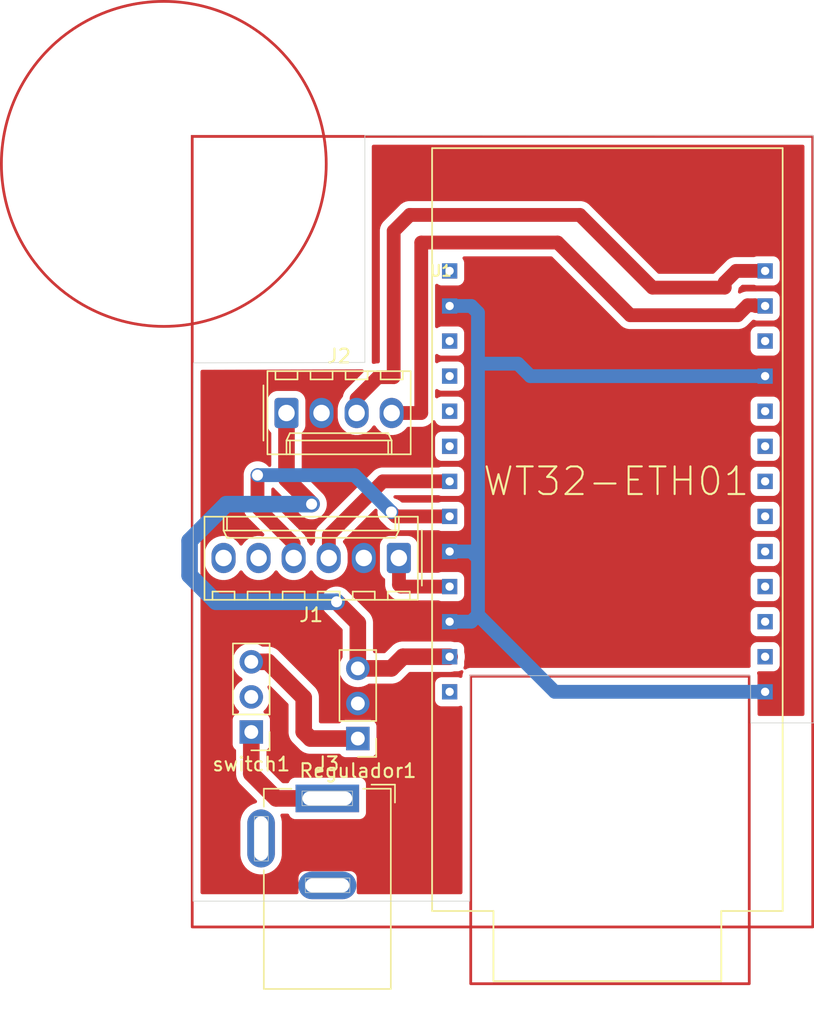
<source format=kicad_pcb>
(kicad_pcb (version 20240108) (generator "pcbnew") (generator_version "8.0")
  (layers (0 "F.Cu" signal) (31 "B.Cu" signal) (34 "B.Paste" user) (35 "F.Paste" user) (36 "B.SilkS" user "B.Silkscreen") (37 "F.SilkS" user "F.Silkscreen") (38 "B.Mask" user) (39 "F.Mask" user) (44 "Edge.Cuts" user))
  (net 0 "")
  (net 16 "3.3VT")
  (net 17 "Rx_sensor")
  (net 18 "3v")
  (net 19 "WAKEUP")
  (net 20 "Tx_sensor")
  (net 21 "GND")
  (net 22 "Net-(J2-Pin_3)")
  (net 23 "5V")
  (net 24 "Net-(J2-Pin_4)")
  (net 25 "PWR")
  (net 28 "Net-(J3-Pin_1)")
  (footprint "Connector_Molex:Molex_KK-254_AE-6410-06A_1x06_P2.54mm_Vertical" (layer "F.Cu") (at 103.93 84.24 180)
    (property "Reference" "J1" (at 6.35 -4.12 0) (layer "F.SilkS"))
    (property "Value" "Conn_01x06_Pin")
    (fp_line (start 14.08 2.99) (end 14.08 -3.03) (stroke (width 0.12)) (layer "F.SilkS"))
    (fp_line (start 14.08 -3.03) (end -1.38 -3.03) (stroke (width 0.12)) (layer "F.SilkS"))
    (fp_line (start 13.5 -2.43) (end 13.5 -3.03) (stroke (width 0.12)) (layer "F.SilkS"))
    (fp_line (start 12.7 1.99) (end 12.7 2.99) (stroke (width 0.12)) (layer "F.SilkS"))
    (fp_line (start 12.45 2.99) (end 12.45 1.99) (stroke (width 0.12)) (layer "F.SilkS"))
    (fp_line (start 12.45 1.46) (end 12.7 1.99) (stroke (width 0.12)) (layer "F.SilkS"))
    (fp_line (start 11.9 -2.43) (end 13.5 -2.43) (stroke (width 0.12)) (layer "F.SilkS"))
    (fp_line (start 11.9 -3.03) (end 11.9 -2.43) (stroke (width 0.12)) (layer "F.SilkS"))
    (fp_line (start 10.96 -2.43) (end 10.96 -3.03) (stroke (width 0.12)) (layer "F.SilkS"))
    (fp_line (start 9.36 -2.43) (end 10.96 -2.43) (stroke (width 0.12)) (layer "F.SilkS"))
    (fp_line (start 9.36 -3.03) (end 9.36 -2.43) (stroke (width 0.12)) (layer "F.SilkS"))
    (fp_line (start 8.42 -2.43) (end 8.42 -3.03) (stroke (width 0.12)) (layer "F.SilkS"))
    (fp_line (start 6.82 -2.43) (end 8.42 -2.43) (stroke (width 0.12)) (layer "F.SilkS"))
    (fp_line (start 6.82 -3.03) (end 6.82 -2.43) (stroke (width 0.12)) (layer "F.SilkS"))
    (fp_line (start 5.88 -2.43) (end 5.88 -3.03) (stroke (width 0.12)) (layer "F.SilkS"))
    (fp_line (start 4.28 -2.43) (end 5.88 -2.43) (stroke (width 0.12)) (layer "F.SilkS"))
    (fp_line (start 4.28 -3.03) (end 4.28 -2.43) (stroke (width 0.12)) (layer "F.SilkS"))
    (fp_line (start 3.34 -2.43) (end 3.34 -3.03) (stroke (width 0.12)) (layer "F.SilkS"))
    (fp_line (start 1.74 -2.43) (end 3.34 -2.43) (stroke (width 0.12)) (layer "F.SilkS"))
    (fp_line (start 1.74 -3.03) (end 1.74 -2.43) (stroke (width 0.12)) (layer "F.SilkS"))
    (fp_line (start 0.8 -2.43) (end 0.8 -3.03) (stroke (width 0.12)) (layer "F.SilkS"))
    (fp_line (start 0.25 2.99) (end 0.25 1.99) (stroke (width 0.12)) (layer "F.SilkS"))
    (fp_line (start 0.25 1.46) (end 12.45 1.46) (stroke (width 0.12)) (layer "F.SilkS"))
    (fp_line (start 0 2.99) (end 0 1.99) (stroke (width 0.12)) (layer "F.SilkS"))
    (fp_line (start 0 1.99) (end 12.7 1.99) (stroke (width 0.12)) (layer "F.SilkS"))
    (fp_line (start 0 1.99) (end 0.25 1.46) (stroke (width 0.12)) (layer "F.SilkS"))
    (fp_line (start -0.8 -2.43) (end 0.8 -2.43) (stroke (width 0.12)) (layer "F.SilkS"))
    (fp_line (start -0.8 -3.03) (end -0.8 -2.43) (stroke (width 0.12)) (layer "F.SilkS"))
    (fp_line (start -1.38 2.99) (end 14.08 2.99) (stroke (width 0.12)) (layer "F.SilkS"))
    (fp_line (start -1.38 -3.03) (end -1.38 2.99) (stroke (width 0.12)) (layer "F.SilkS"))
    (fp_line (start -1.67 -2) (end -1.67 2) (stroke (width 0.12)) (layer "F.SilkS"))
    (pad "1" thru_hole roundrect (at 0 0 180) (size 1.74 2.19) (drill 1.19) (layers "*.Cu" "*.Mask") (roundrect_rratio 0.143678) (net 18 "3v"))
    (pad "2" thru_hole oval (at 2.54 0 180) (size 1.74 2.19) (drill 1.19) (layers "*.Cu" "*.Mask") (net 21 "GND"))
    (pad "3" thru_hole oval (at 5.08 0 180) (size 1.74 2.19) (drill 1.19) (layers "*.Cu" "*.Mask") (net 20 "Tx_sensor"))
    (pad "4" thru_hole oval (at 7.62 0 180) (size 1.74 2.19) (drill 1.19) (layers "*.Cu" "*.Mask") (net 17 "Rx_sensor"))
    (pad "5" thru_hole oval (at 10.16 0 180) (size 1.74 2.19) (drill 1.19) (layers "*.Cu" "*.Mask") (net 19 "WAKEUP"))
    (pad "6" thru_hole oval (at 12.7 0 180) (size 1.74 2.19) (drill 1.19) (layers "*.Cu" "*.Mask") (net 16 "3.3VT"))
  )
  (footprint "WT32-ETH01:WT32-ETH01" (layer "F.Cu") (at 106.975 63.45)
    (property "Reference" "U1" (at 0 0 0) (layer "F.SilkS") (effects (font (size 0.787402 0.787402))))
    (property "Value" "WT32-ETH01")
    (fp_line (start -0.635 -8.89) (end -0.635 46.355) (stroke (width 0.127)) (layer "F.SilkS"))
    (fp_line (start -0.635 -8.89) (end 24.765 -8.89) (stroke (width 0.127)) (layer "F.SilkS"))
    (fp_line (start -0.635 46.355) (end 3.81 46.355) (stroke (width 0.127)) (layer "F.SilkS"))
    (fp_line (start 3.81 46.355) (end 3.81 51.435) (stroke (width 0.127)) (layer "F.SilkS"))
    (fp_line (start 3.81 51.435) (end 20.32 51.435) (stroke (width 0.127)) (layer "F.SilkS"))
    (fp_line (start 20.32 51.435) (end 20.32 46.355) (stroke (width 0.127)) (layer "F.SilkS"))
    (fp_line (start 24.765 -8.89) (end 24.765 46.355) (stroke (width 0.127)) (layer "F.SilkS"))
    (fp_line (start 24.765 46.355) (end 20.32 46.355) (stroke (width 0.127)) (layer "F.SilkS"))
    (fp_text user "WT32-ETH01" (at 12.7 15.24 0) (layer "F.SilkS") (effects (font (size 2 2))))
    (pad "3V3" thru_hole rect (at 0.635 5.08) (size 1.108 1.108) (drill 0.6) (layers "*.Cu" "*.Mask"))
    (pad "3V3@1" thru_hole rect (at 0.635 22.86) (size 1.108 1.108) (drill 0.6) (layers "*.Cu" "*.Mask") (net 18 "3v"))
    (pad "5V" thru_hole rect (at 0.635 27.94) (size 1.108 1.108) (drill 0.6) (layers "*.Cu" "*.Mask") (net 23 "5V"))
    (pad "485_EN" thru_hole rect (at 0.635 12.7) (size 1.108 1.108) (drill 0.6) (layers "*.Cu" "*.Mask"))
    (pad "CFG" thru_hole rect (at 0.635 10.16) (size 1.108 1.108) (drill 0.6) (layers "*.Cu" "*.Mask"))
    (pad "EN" thru_hole rect (at 0.635 0) (size 1.108 1.108) (drill 0.6) (layers "*.Cu" "*.Mask"))
    (pad "EN@1" thru_hole rect (at 0.635 7.62) (size 1.108 1.108) (drill 0.6) (layers "*.Cu" "*.Mask"))
    (pad "GND" thru_hole rect (at 0.635 2.54) (size 1.108 1.108) (drill 0.6) (layers "*.Cu" "*.Mask") (net 21 "GND"))
    (pad "GND@1" thru_hole rect (at 0.635 20.32) (size 1.108 1.108) (drill 0.6) (layers "*.Cu" "*.Mask") (net 21 "GND"))
    (pad "GND@2" thru_hole rect (at 0.635 25.4) (size 1.108 1.108) (drill 0.6) (layers "*.Cu" "*.Mask") (net 21 "GND"))
    (pad "GND@3" thru_hole rect (at 23.495 7.62) (size 1.108 1.108) (drill 0.6) (layers "*.Cu" "*.Mask") (net 21 "GND"))
    (pad "GND@4" thru_hole rect (at 23.495 30.48) (size 1.108 1.108) (drill 0.6) (layers "*.Cu" "*.Mask") (net 21 "GND"))
    (pad "IO0" thru_hole rect (at 23.495 5.08) (size 1.108 1.108) (drill 0.6) (layers "*.Cu" "*.Mask"))
    (pad "IO2" thru_hole rect (at 23.495 27.94) (size 1.108 1.108) (drill 0.6) (layers "*.Cu" "*.Mask"))
    (pad "IO4" thru_hole rect (at 23.495 25.4) (size 1.108 1.108) (drill 0.6) (layers "*.Cu" "*.Mask"))
    (pad "IO12" thru_hole rect (at 23.495 20.32) (size 1.108 1.108) (drill 0.6) (layers "*.Cu" "*.Mask"))
    (pad "IO14" thru_hole rect (at 23.495 17.78) (size 1.108 1.108) (drill 0.6) (layers "*.Cu" "*.Mask"))
    (pad "IO15" thru_hole rect (at 23.495 15.24) (size 1.108 1.108) (drill 0.6) (layers "*.Cu" "*.Mask"))
    (pad "IO35" thru_hole rect (at 23.495 22.86) (size 1.108 1.108) (drill 0.6) (layers "*.Cu" "*.Mask"))
    (pad "IO36" thru_hole rect (at 23.495 12.7) (size 1.108 1.108) (drill 0.6) (layers "*.Cu" "*.Mask"))
    (pad "IO39" thru_hole rect (at 23.495 10.16) (size 1.108 1.108) (drill 0.6) (layers "*.Cu" "*.Mask"))
    (pad "LINK" thru_hole rect (at 0.635 30.48) (size 1.108 1.108) (drill 0.6) (layers "*.Cu" "*.Mask"))
    (pad "RX0" thru_hole rect (at 23.495 2.54) (size 1.108 1.108) (drill 0.6) (layers "*.Cu" "*.Mask") (net 24 "Net-(J2-Pin_4)"))
    (pad "RXD" thru_hole rect (at 0.635 15.24) (size 1.108 1.108) (drill 0.6) (layers "*.Cu" "*.Mask") (net 20 "Tx_sensor"))
    (pad "TX0" thru_hole rect (at 23.495 0) (size 1.108 1.108) (drill 0.6) (layers "*.Cu" "*.Mask") (net 22 "Net-(J2-Pin_3)"))
    (pad "TXD" thru_hole rect (at 0.635 17.78) (size 1.108 1.108) (drill 0.6) (layers "*.Cu" "*.Mask") (net 17 "Rx_sensor"))
  )
  (footprint "Connector_Molex:Molex_KK-254_AE-6410-04A_1x04_P2.54mm_Vertical" (layer "F.Cu") (at 95.79 73.74)
    (property "Reference" "J2" (at 3.81 -4.12 0) (layer "F.SilkS"))
    (property "Value" "Conn_01x04_Pin")
    (fp_line (start -1.67 -2) (end -1.67 2) (stroke (width 0.12)) (layer "F.SilkS"))
    (fp_line (start -1.38 -3.03) (end -1.38 2.99) (stroke (width 0.12)) (layer "F.SilkS"))
    (fp_line (start -1.38 2.99) (end 9 2.99) (stroke (width 0.12)) (layer "F.SilkS"))
    (fp_line (start -0.8 -3.03) (end -0.8 -2.43) (stroke (width 0.12)) (layer "F.SilkS"))
    (fp_line (start -0.8 -2.43) (end 0.8 -2.43) (stroke (width 0.12)) (layer "F.SilkS"))
    (fp_line (start 0 1.99) (end 0.25 1.46) (stroke (width 0.12)) (layer "F.SilkS"))
    (fp_line (start 0 1.99) (end 7.62 1.99) (stroke (width 0.12)) (layer "F.SilkS"))
    (fp_line (start 0 2.99) (end 0 1.99) (stroke (width 0.12)) (layer "F.SilkS"))
    (fp_line (start 0.25 1.46) (end 7.37 1.46) (stroke (width 0.12)) (layer "F.SilkS"))
    (fp_line (start 0.25 2.99) (end 0.25 1.99) (stroke (width 0.12)) (layer "F.SilkS"))
    (fp_line (start 0.8 -2.43) (end 0.8 -3.03) (stroke (width 0.12)) (layer "F.SilkS"))
    (fp_line (start 1.74 -3.03) (end 1.74 -2.43) (stroke (width 0.12)) (layer "F.SilkS"))
    (fp_line (start 1.74 -2.43) (end 3.34 -2.43) (stroke (width 0.12)) (layer "F.SilkS"))
    (fp_line (start 3.34 -2.43) (end 3.34 -3.03) (stroke (width 0.12)) (layer "F.SilkS"))
    (fp_line (start 4.28 -3.03) (end 4.28 -2.43) (stroke (width 0.12)) (layer "F.SilkS"))
    (fp_line (start 4.28 -2.43) (end 5.88 -2.43) (stroke (width 0.12)) (layer "F.SilkS"))
    (fp_line (start 5.88 -2.43) (end 5.88 -3.03) (stroke (width 0.12)) (layer "F.SilkS"))
    (fp_line (start 6.82 -3.03) (end 6.82 -2.43) (stroke (width 0.12)) (layer "F.SilkS"))
    (fp_line (start 6.82 -2.43) (end 8.42 -2.43) (stroke (width 0.12)) (layer "F.SilkS"))
    (fp_line (start 7.37 1.46) (end 7.62 1.99) (stroke (width 0.12)) (layer "F.SilkS"))
    (fp_line (start 7.37 2.99) (end 7.37 1.99) (stroke (width 0.12)) (layer "F.SilkS"))
    (fp_line (start 7.62 1.99) (end 7.62 2.99) (stroke (width 0.12)) (layer "F.SilkS"))
    (fp_line (start 8.42 -2.43) (end 8.42 -3.03) (stroke (width 0.12)) (layer "F.SilkS"))
    (fp_line (start 9 -3.03) (end -1.38 -3.03) (stroke (width 0.12)) (layer "F.SilkS"))
    (fp_line (start 9 2.99) (end 9 -3.03) (stroke (width 0.12)) (layer "F.SilkS"))
    (pad "1" thru_hole roundrect (at 0 0) (size 1.74 2.19) (drill 1.19) (layers "*.Cu" "*.Mask") (roundrect_rratio 0.143678) (net 23 "5V"))
    (pad "2" thru_hole oval (at 2.54 0) (size 1.74 2.19) (drill 1.19) (layers "*.Cu" "*.Mask") (net 21 "GND"))
    (pad "3" thru_hole oval (at 5.08 0) (size 1.74 2.19) (drill 1.19) (layers "*.Cu" "*.Mask") (net 22 "Net-(J2-Pin_3)"))
    (pad "4" thru_hole oval (at 7.62 0) (size 1.74 2.19) (drill 1.19) (layers "*.Cu" "*.Mask") (net 24 "Net-(J2-Pin_4)"))
  )
  (footprint "Connector_PinHeader_2.54mm:PinHeader_1x03_P2.54mm_Vertical" (layer "F.Cu") (at 100.96 97.315 180)
    (property "Reference" "Regulador1" (at 0 -2.33 0) (layer "F.SilkS"))
    (property "Value" "Conn_01x03_Pin")
    (fp_line (start 1.33 1.27) (end 1.33 6.41) (stroke (width 0.12)) (layer "F.SilkS"))
    (fp_line (start -1.33 6.41) (end 1.33 6.41) (stroke (width 0.12)) (layer "F.SilkS"))
    (fp_line (start -1.33 1.27) (end 1.33 1.27) (stroke (width 0.12)) (layer "F.SilkS"))
    (fp_line (start -1.33 1.27) (end -1.33 6.41) (stroke (width 0.12)) (layer "F.SilkS"))
    (fp_line (start -1.33 0) (end -1.33 -1.33) (stroke (width 0.12)) (layer "F.SilkS"))
    (fp_line (start -1.33 -1.33) (end 0 -1.33) (stroke (width 0.12)) (layer "F.SilkS"))
    (pad "1" thru_hole rect (at 0 0 180) (size 1.7 1.7) (drill 1) (layers "*.Cu" "*.Mask") (net 25 "PWR"))
    (pad "2" thru_hole oval (at 0 2.54 180) (size 1.7 1.7) (drill 1) (layers "*.Cu" "*.Mask") (net 21 "GND"))
    (pad "3" thru_hole oval (at 0 5.08 180) (size 1.7 1.7) (drill 1) (layers "*.Cu" "*.Mask") (net 23 "5V"))
  )
  (footprint "Connector_BarrelJack:BarrelJack_GCT_DCJ200-10-A_Horizontal" (layer "F.Cu") (at 97.75 101.65)
    (property "Reference" "J3" (at 1 -2.5 0) (layer "F.SilkS"))
    (property "Value" "Conn_01x03_Pin")
    (fp_line (start -3.6 -0.7) (end -3.6 0.6) (stroke (width 0.12)) (layer "F.SilkS"))
    (fp_line (start -3.6 5.2) (end -3.6 13.8) (stroke (width 0.12)) (layer "F.SilkS"))
    (fp_line (start -3.6 13.8) (end 5.6 13.8) (stroke (width 0.12)) (layer "F.SilkS"))
    (fp_line (start -1.6 -0.7) (end -3.6 -0.7) (stroke (width 0.12)) (layer "F.SilkS"))
    (fp_line (start 4.2 -1) (end 5.9 -1) (stroke (width 0.12)) (layer "F.SilkS"))
    (fp_line (start 5.6 -0.7) (end 3.6 -0.7) (stroke (width 0.12)) (layer "F.SilkS"))
    (fp_line (start 5.6 13.8) (end 5.6 -0.7) (stroke (width 0.12)) (layer "F.SilkS"))
    (fp_line (start 5.9 -1) (end 5.9 0.3) (stroke (width 0.12)) (layer "F.SilkS"))
    (pad "1" thru_hole rect (at 1 0) (size 4.6 2) (drill oval 3.6 1) (layers "*.Cu" "*.Mask") (net 28 "Net-(J3-Pin_1)"))
    (pad "2" thru_hole oval (at 1 6.3) (size 4.2 2) (drill oval 3.2 1) (layers "*.Cu" "*.Mask") (net 21 "GND"))
    (pad "3" thru_hole oval (at -3.8 2.9) (size 2 4.2) (drill oval 1 3.2) (layers "*.Cu" "*.Mask"))
  )
  (footprint "Connector_PinHeader_2.54mm:PinHeader_1x03_P2.54mm_Vertical" (layer "F.Cu") (at 93.24 96.84 180)
    (property "Reference" "switch1" (at 0 -2.33 0) (layer "F.SilkS"))
    (property "Value" "Conn_01x03_Pin")
    (fp_line (start 1.33 1.27) (end 1.33 6.41) (stroke (width 0.12)) (layer "F.SilkS"))
    (fp_line (start -1.33 6.41) (end 1.33 6.41) (stroke (width 0.12)) (layer "F.SilkS"))
    (fp_line (start -1.33 1.27) (end 1.33 1.27) (stroke (width 0.12)) (layer "F.SilkS"))
    (fp_line (start -1.33 1.27) (end -1.33 6.41) (stroke (width 0.12)) (layer "F.SilkS"))
    (fp_line (start -1.33 0) (end -1.33 -1.33) (stroke (width 0.12)) (layer "F.SilkS"))
    (fp_line (start -1.33 -1.33) (end 0 -1.33) (stroke (width 0.12)) (layer "F.SilkS"))
    (pad "1" thru_hole rect (at 0 0 180) (size 1.7 1.7) (drill 1) (layers "*.Cu" "*.Mask") (net 28 "Net-(J3-Pin_1)"))
    (pad "2" thru_hole oval (at 0 2.54 180) (size 1.7 1.7) (drill 1) (layers "*.Cu" "*.Mask"))
    (pad "3" thru_hole oval (at 0 5.08 180) (size 1.7 1.7) (drill 1) (layers "*.Cu" "*.Mask") (net 25 "PWR"))
  )
  (gr_circle (center 86.901398 55.7) (end 98.67 55.7) (stroke (width 0.2)) (fill none) (layer "F.Cu") (net 16))
  (gr_rect (start 88.96 53.71) (end 133.92 110.96) (stroke (width 0.2)) (fill none) (layer "F.Cu") (net 16))
  (gr_rect (start 109.14 92.8) (end 129.32 115.07) (stroke (width 0.2)) (fill none) (layer "F.Cu") (net 16))
  (gr_line (start 129.41 92.76) (end 129.425 96.18) (stroke (width 0.05)) (layer "Edge.Cuts"))
  (gr_rect (start 97.16 107.42) (end 100.38 108.47) (stroke (width 0.05)) (fill none) (layer "Edge.Cuts"))
  (gr_line (start 89.02 109.09) (end 89.05 70.11) (stroke (width 0.05)) (layer "Edge.Cuts"))
  (gr_line (start 109.06 109.09) (end 89.02 109.09) (stroke (width 0.05)) (layer "Edge.Cuts"))
  (gr_line (start 129.425 96.18) (end 133.995 96.18) (stroke (width 0.05)) (layer "Edge.Cuts"))
  (gr_line (start 109.07 92.76) (end 129.41 92.76) (stroke (width 0.05)) (layer "Edge.Cuts"))
  (gr_line (start 101.47 70.08) (end 89.05 70.11) (stroke (width 0.05)) (layer "Edge.Cuts"))
  (gr_rect (start 93.47 102.96) (end 94.47 106.18) (stroke (width 0.05)) (fill none) (layer "Edge.Cuts"))
  (gr_rect (start 96.92 101.12) (end 100.57 102.17) (stroke (width 0.05)) (fill none) (layer "Edge.Cuts"))
  (gr_line (start 133.96 53.65) (end 101.47 53.63) (stroke (width 0.05)) (layer "Edge.Cuts"))
  (gr_line (start 101.47 53.63) (end 101.47 70.08) (stroke (width 0.05)) (layer "Edge.Cuts"))
  (gr_line (start 109.06 109.09) (end 109.07 92.76) (stroke (width 0.05)) (layer "Edge.Cuts"))
  (gr_line (start 133.995 96.18) (end 133.96 53.65) (stroke (width 0.05)) (layer "Edge.Cuts"))
  (segment (start 93.69 80.583314) (end 96.31 83.203314) (width 1) (layer "F.Cu") (net 17))
  (segment (start 93.69 78.24) (end 93.69 80.583314) (width 1) (layer "F.Cu") (net 17))
  (segment (start 107.61 81.23) (end 103.71 81.23) (width 1) (layer "F.Cu") (net 17))
  (segment (start 96.31 83.203314) (end 96.31 84.24) (width 1) (layer "F.Cu") (net 17))
  (segment (start 103.71 81.23) (end 103.386714 80.906714) (width 1) (layer "F.Cu") (net 17))
  (via (at 103.386714 80.906714) (size 1) (drill 0.8) (layers "F.Cu" "B.Cu") (net 17))
  (via (at 93.69 78.24) (size 1) (drill 0.8) (layers "F.Cu" "B.Cu") (net 17))
  (segment (start 103.386714 80.906714) (end 100.72 78.24) (width 1) (layer "B.Cu") (net 17))
  (segment (start 100.72 78.24) (end 93.69 78.24) (width 1) (layer "B.Cu") (net 17))
  (segment (start 104.08 86.31) (end 103.94 86.17) (width 1) (layer "F.Cu") (net 18))
  (segment (start 107.61 86.31) (end 104.08 86.31) (width 1) (layer "F.Cu") (net 18))
  (segment (start 103.94 86.17) (end 103.94 84.25) (width 1) (layer "F.Cu") (net 18))
  (segment (start 98.86 84.25) (end 98.86 82.605) (width 1) (layer "F.Cu") (net 20))
  (segment (start 102.775 78.69) (end 107.61 78.69) (width 1) (layer "F.Cu") (net 20))
  (segment (start 98.86 82.605) (end 102.775 78.69) (width 1) (layer "F.Cu") (net 20))
  (segment (start 109.664 88.364) (end 109.664 84.256) (width 1) (layer "B.Cu") (net 21))
  (segment (start 130.47 71.07) (end 113.46 71.07) (width 1) (layer "B.Cu") (net 21))
  (segment (start 115.23 93.93) (end 109.664 88.364) (width 1) (layer "B.Cu") (net 21))
  (segment (start 113.46 71.07) (end 112.56 70.17) (width 1) (layer "B.Cu") (net 21))
  (segment (start 109.178 88.85) (end 109.664 88.364) (width 1) (layer "B.Cu") (net 21))
  (segment (start 112.56 70.17) (end 109.664 70.17) (width 1) (layer "B.Cu") (net 21))
  (segment (start 109.664 66.476) (end 109.178 65.99) (width 1) (layer "B.Cu") (net 21))
  (segment (start 109.178 83.77) (end 107.61 83.77) (width 1) (layer "B.Cu") (net 21))
  (segment (start 107.61 88.85) (end 109.178 88.85) (width 1) (layer "B.Cu") (net 21))
  (segment (start 109.664 84.256) (end 109.664 70.17) (width 1) (layer "B.Cu") (net 21))
  (segment (start 109.664 84.256) (end 109.178 83.77) (width 1) (layer "B.Cu") (net 21))
  (segment (start 109.178 65.99) (end 107.61 65.99) (width 1) (layer "B.Cu") (net 21))
  (segment (start 130.47 93.93) (end 115.23 93.93) (width 1) (layer "B.Cu") (net 21))
  (segment (start 109.664 70.17) (end 109.664 66.476) (width 1) (layer "B.Cu") (net 21))
  (segment (start 127.54 64.66) (end 127.54 64.28) (width 1) (layer "F.Cu") (net 22))
  (segment (start 102.428314 71.145) (end 103.556 71.145) (width 1) (layer "F.Cu") (net 22))
  (segment (start 104.727572 59.396) (end 117.046 59.396) (width 1) (layer "F.Cu") (net 22))
  (segment (start 103.556 71.145) (end 103.556 60.567573) (width 1) (layer "F.Cu") (net 22))
  (segment (start 117.046 59.396) (end 122.31 64.66) (width 1) (layer "F.Cu") (net 22))
  (segment (start 100.87 72.703314) (end 102.428314 71.145) (width 1) (layer "F.Cu") (net 22))
  (segment (start 100.87 73.74) (end 100.87 72.703314) (width 1) (layer "F.Cu") (net 22))
  (segment (start 122.31 64.66) (end 127.54 64.66) (width 1) (layer "F.Cu") (net 22))
  (segment (start 104.727572 59.396001) (end 104.727572 59.396) (width 1) (layer "F.Cu") (net 22))
  (segment (start 127.54 64.28) (end 128.37 63.45) (width 1) (layer "F.Cu") (net 22))
  (segment (start 128.37 63.45) (end 130.47 63.45) (width 1) (layer "F.Cu") (net 22))
  (segment (start 103.556 60.567573) (end 104.727572 59.396001) (width 1) (layer "F.Cu") (net 22))
  (segment (start 100.96 88.95) (end 99.42 87.41) (width 1.2) (layer "F.Cu") (net 23))
  (segment (start 100.96 92.235) (end 100.96 88.95) (width 1.2) (layer "F.Cu") (net 23))
  (segment (start 104.23 91.39) (end 107.61 91.39) (width 1.2) (layer "F.Cu") (net 23))
  (segment (start 103.385 92.235) (end 104.23 91.39) (width 1.2) (layer "F.Cu") (net 23))
  (segment (start 97.61 80.34) (end 95.79 78.52) (width 1.2) (layer "F.Cu") (net 23))
  (segment (start 95.79 78.52) (end 95.79 73.74) (width 1.2) (layer "F.Cu") (net 23))
  (segment (start 100.96 92.235) (end 103.385 92.235) (width 1.2) (layer "F.Cu") (net 23))
  (via (at 97.61 80.34) (size 1) (drill 0.8) (layers "F.Cu" "B.Cu") (net 23))
  (via (at 99.42 87.41) (size 1) (drill 0.8) (layers "F.Cu" "B.Cu") (net 23))
  (segment (start 88.77 85.498107) (end 88.77 83.001893) (width 1.2) (layer "B.Cu") (net 23))
  (segment (start 91.431893 80.34) (end 97.61 80.34) (width 1.2) (layer "B.Cu") (net 23))
  (segment (start 88.77 83.001893) (end 91.431893 80.34) (width 1.2) (layer "B.Cu") (net 23))
  (segment (start 90.681893 87.41) (end 88.77 85.498107) (width 1.2) (layer "B.Cu") (net 23))
  (segment (start 99.42 87.41) (end 90.681893 87.41) (width 1.2) (layer "B.Cu") (net 23))
  (segment (start 105.556 61.396) (end 115.436 61.396) (width 1) (layer "F.Cu") (net 24))
  (segment (start 103.41 73.74) (end 105.546 73.74) (width 1) (layer "F.Cu") (net 24))
  (segment (start 129.79 65.99) (end 130.47 65.99) (width 1) (layer "F.Cu") (net 24))
  (segment (start 105.556 73.73) (end 105.556 61.396) (width 1) (layer "F.Cu") (net 24))
  (segment (start 115.436 61.396) (end 120.7 66.66) (width 1) (layer "F.Cu") (net 24))
  (segment (start 120.7 66.66) (end 128.48 66.66) (width 1) (layer "F.Cu") (net 24))
  (segment (start 129.74 65.94) (end 129.79 65.99) (width 1) (layer "F.Cu") (net 24))
  (segment (start 105.546 73.74) (end 105.556 73.73) (width 1) (layer "F.Cu") (net 24))
  (segment (start 128.48 66.66) (end 129.2 65.94) (width 1) (layer "F.Cu") (net 24))
  (segment (start 129.2 65.94) (end 129.74 65.94) (width 1) (layer "F.Cu") (net 24))
  (segment (start 97.04 96.83) (end 97.525 97.315) (width 1.2) (layer "F.Cu") (net 25))
  (segment (start 93.24 91.76) (end 94.442081 91.76) (width 1.2) (layer "F.Cu") (net 25))
  (segment (start 97.04 94.357919) (end 97.04 96.83) (width 1.2) (layer "F.Cu") (net 25))
  (segment (start 97.525 97.315) (end 100.96 97.315) (width 1.2) (layer "F.Cu") (net 25))
  (segment (start 94.442081 91.76) (end 97.04 94.357919) (width 1.2) (layer "F.Cu") (net 25))
  (segment (start 98.75 101.65) (end 95.04 101.65) (width 1.2) (layer "F.Cu") (net 28))
  (segment (start 93.24 99.85) (end 93.24 96.84) (width 1.2) (layer "F.Cu") (net 28))
  (segment (start 95.04 101.65) (end 93.24 99.85) (width 1.2) (layer "F.Cu") (net 28))
  (zone (net 21) (net_name "GND") (layer "F.Cu") (connect_pads yes (clearance 0.5)) (min_thickness 0.25) (fill yes (thermal_gap 0.5) (thermal_bridge_width 0.5))
    (polygon (pts (xy 133.92 110.96) (xy 88.96 110.96) (xy 88.96 53.71) (xy 133.92 53.71)))
  )
)
</source>
